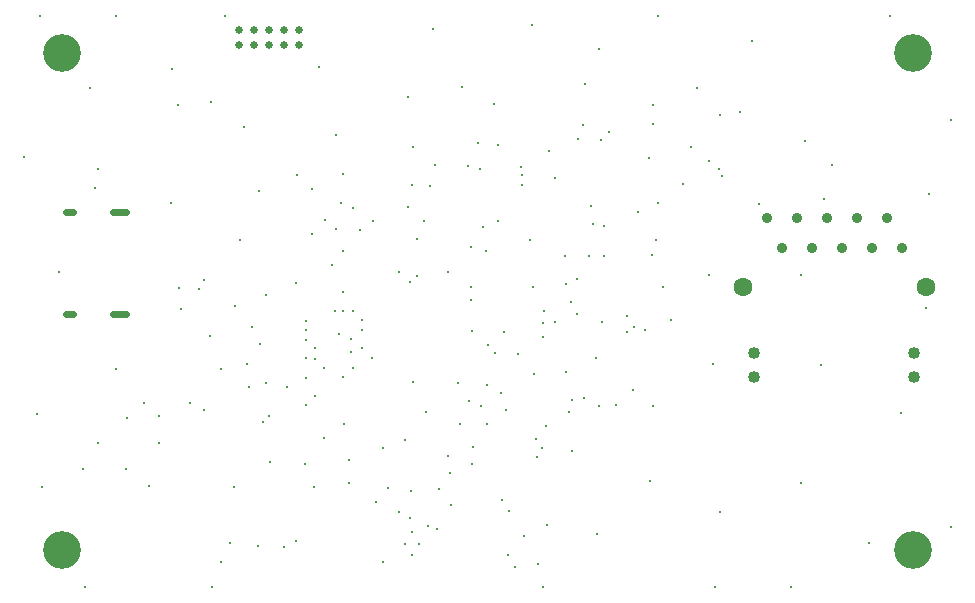
<source format=gbr>
%TF.GenerationSoftware,KiCad,Pcbnew,9.0.4*%
%TF.CreationDate,2025-11-15T14:25:17+05:30*%
%TF.ProjectId,High Speed Ethernet Interface,48696768-2053-4706-9565-642045746865,rev?*%
%TF.SameCoordinates,Original*%
%TF.FileFunction,Plated,1,6,PTH,Mixed*%
%TF.FilePolarity,Positive*%
%FSLAX46Y46*%
G04 Gerber Fmt 4.6, Leading zero omitted, Abs format (unit mm)*
G04 Created by KiCad (PCBNEW 9.0.4) date 2025-11-15 14:25:17*
%MOMM*%
%LPD*%
G01*
G04 APERTURE LIST*
%TA.AperFunction,ComponentDrill*%
%ADD10C,0.200000*%
%TD*%
%TA.AperFunction,ViaDrill*%
%ADD11C,0.203403*%
%TD*%
G04 aperture for slot hole*
%TA.AperFunction,ComponentDrill*%
%ADD12C,0.600000*%
%TD*%
%TA.AperFunction,ComponentDrill*%
%ADD13C,0.650000*%
%TD*%
%TA.AperFunction,ComponentDrill*%
%ADD14C,0.900000*%
%TD*%
%TA.AperFunction,ComponentDrill*%
%ADD15C,1.020000*%
%TD*%
%TA.AperFunction,ComponentDrill*%
%ADD16C,1.600000*%
%TD*%
%TA.AperFunction,ComponentDrill*%
%ADD17C,3.200000*%
%TD*%
G04 APERTURE END LIST*
D10*
%TO.C,U3*%
X133025000Y-95000000D03*
X133600000Y-94050000D03*
X133600000Y-95950000D03*
X134175000Y-95000000D03*
%TD*%
D11*
X100792128Y-62240403D03*
X101846446Y-84049352D03*
X102082032Y-50292128D03*
X102252973Y-90245031D03*
X103690997Y-72034158D03*
X105755397Y-88664003D03*
X105917968Y-98707872D03*
X106336808Y-56437335D03*
X106733791Y-64912059D03*
X107034245Y-86437190D03*
X107041737Y-63296068D03*
X108516673Y-80172183D03*
X108520215Y-50292128D03*
X109372330Y-88671155D03*
X109461719Y-84355517D03*
X110895634Y-83091777D03*
X111379379Y-90086603D03*
X112165066Y-86516551D03*
X112169782Y-84180728D03*
X113227777Y-66185699D03*
X113277051Y-54808986D03*
X113763301Y-57850899D03*
X113868115Y-73391726D03*
X114040969Y-75153147D03*
X114800165Y-83124254D03*
X115594165Y-73416009D03*
X115965029Y-72678138D03*
X115987599Y-83705936D03*
X116470451Y-77450427D03*
X116557456Y-57614001D03*
X116640556Y-98707872D03*
X117406237Y-96554208D03*
X117453885Y-80236603D03*
X117793909Y-50292128D03*
X118234371Y-94950001D03*
X118574103Y-90186546D03*
X118588850Y-74842581D03*
X119005415Y-69267496D03*
X119359123Y-59758342D03*
X119658098Y-79780840D03*
X119767588Y-81750447D03*
X120034722Y-76641971D03*
X120602276Y-95183190D03*
X120620168Y-65148932D03*
X120719542Y-78127259D03*
X120981685Y-84706087D03*
X121248534Y-73935618D03*
X121261322Y-81356735D03*
X121488743Y-84166618D03*
X121604125Y-88109193D03*
X122744329Y-95322605D03*
X122996872Y-81697426D03*
X123800803Y-94748104D03*
X123803496Y-72935140D03*
X123853889Y-63770339D03*
X124564064Y-88280288D03*
X124597884Y-76127533D03*
X124598568Y-76942896D03*
X124598568Y-80942896D03*
X124601317Y-77736691D03*
X124619257Y-83274356D03*
X124629247Y-79313922D03*
X125118498Y-68753703D03*
X125162531Y-64961862D03*
X125345294Y-90168346D03*
X125373391Y-78468623D03*
X125392197Y-79336315D03*
X125392197Y-82536315D03*
X125752780Y-54669560D03*
X126186632Y-86094206D03*
X126196652Y-80123517D03*
X126202335Y-67627543D03*
X126827343Y-71426100D03*
X127057203Y-75289935D03*
X127138877Y-60391784D03*
X127177177Y-68364733D03*
X127460080Y-77219400D03*
X127561793Y-66170413D03*
X127748639Y-80901401D03*
X127769074Y-63666245D03*
X127792197Y-73736315D03*
X127797207Y-70236265D03*
X127804699Y-75327557D03*
X127888166Y-84857439D03*
X128243497Y-87944302D03*
X128270026Y-89861300D03*
X128424326Y-78806973D03*
X128440975Y-77699939D03*
X128580625Y-66541277D03*
X128596652Y-80123517D03*
X128630376Y-75325768D03*
X129192713Y-68481295D03*
X129388497Y-78477651D03*
X129397572Y-76907885D03*
X129403002Y-76049496D03*
X130209877Y-79285478D03*
X130303506Y-67689373D03*
X130571847Y-91477421D03*
X131125726Y-96560185D03*
X131129050Y-86890392D03*
X131587006Y-90248031D03*
X132495461Y-72035874D03*
X132510420Y-92351117D03*
X132973920Y-86236774D03*
X133263315Y-66497811D03*
X133278135Y-57187707D03*
X133443068Y-72847177D03*
X133455884Y-92861680D03*
X133546389Y-90521380D03*
X133619062Y-64638696D03*
X133665537Y-61433313D03*
X133729421Y-81319094D03*
X133998133Y-72308627D03*
X134062445Y-69165591D03*
X134644332Y-67690162D03*
X134832932Y-83817242D03*
X134993542Y-93510367D03*
X135164800Y-64761139D03*
X135344977Y-51399514D03*
X135517690Y-62983710D03*
X135751163Y-93727195D03*
X135882097Y-90405406D03*
X136621088Y-72042154D03*
X136695872Y-87537433D03*
X136817410Y-89041031D03*
X136868562Y-91740512D03*
X137460158Y-81399559D03*
X137678696Y-84855620D03*
X137828187Y-56319180D03*
X138308091Y-63001547D03*
X138407322Y-82913572D03*
X138577280Y-73279518D03*
X138603993Y-69846535D03*
X138617934Y-74400947D03*
X138664033Y-88215907D03*
X138710746Y-77015802D03*
X138771998Y-86795281D03*
X139203648Y-61095878D03*
X139396817Y-63297884D03*
X139456913Y-83336637D03*
X139637930Y-68196101D03*
X139841821Y-70253425D03*
X139970217Y-84851974D03*
X139990881Y-81535158D03*
X140070152Y-78204485D03*
X140512102Y-57751303D03*
X140660746Y-78865346D03*
X140866631Y-61267344D03*
X140876209Y-67649077D03*
X141133348Y-82255278D03*
X141239836Y-91328388D03*
X141426781Y-77047400D03*
X141578843Y-83669736D03*
X141761447Y-95970411D03*
X141845239Y-92208611D03*
X142321104Y-97006781D03*
X142579296Y-78971224D03*
X142847686Y-63088459D03*
X142936631Y-64652335D03*
X142944900Y-63782710D03*
X143086377Y-94352795D03*
X143570858Y-69276881D03*
X143762249Y-51081181D03*
X143826753Y-73261351D03*
X143966595Y-80617174D03*
X144147618Y-86120584D03*
X144225200Y-87688791D03*
X144237855Y-96737038D03*
X144644416Y-86931546D03*
X144674682Y-77463904D03*
X144706753Y-76321205D03*
X144731460Y-98707872D03*
X144814721Y-75319081D03*
X144966960Y-85067103D03*
X145009848Y-93445531D03*
X145244682Y-61762000D03*
X145701113Y-76261116D03*
X145727757Y-64026722D03*
X146550863Y-70668761D03*
X146676362Y-73011642D03*
X146687870Y-80430917D03*
X146899904Y-83822318D03*
X147028141Y-74516726D03*
X147144884Y-82850915D03*
X147169898Y-87155433D03*
X147589937Y-72619310D03*
X147609575Y-75586944D03*
X147689791Y-60708125D03*
X148076819Y-59550050D03*
X148142986Y-82641944D03*
X148233889Y-56097260D03*
X148556231Y-70615308D03*
X148722996Y-66436930D03*
X148957120Y-67940805D03*
X149193784Y-79316790D03*
X149276623Y-94225526D03*
X149415817Y-83350554D03*
X149481021Y-53099723D03*
X149586884Y-60838431D03*
X149651636Y-76270544D03*
X149872473Y-68121398D03*
X149873394Y-70606207D03*
X150283162Y-60171055D03*
X150903983Y-83255855D03*
X151794833Y-77045276D03*
X151820320Y-75753653D03*
X152290294Y-82025497D03*
X152391884Y-76664368D03*
X152766200Y-66899155D03*
X153316023Y-76935863D03*
X153650668Y-62378628D03*
X153792025Y-89707284D03*
X153911581Y-70544823D03*
X154001791Y-57851196D03*
X154017421Y-59486267D03*
X154053385Y-83384974D03*
X154303806Y-69266065D03*
X154404214Y-66196936D03*
X154469164Y-50292128D03*
X154817487Y-73264017D03*
X155565611Y-76072905D03*
X156569863Y-64531310D03*
X157198059Y-61433110D03*
X157710564Y-56383457D03*
X158744331Y-72290231D03*
X158756099Y-62631886D03*
X159090362Y-79771277D03*
X159302186Y-98707872D03*
X159601807Y-63317918D03*
X159666282Y-92313783D03*
X159687791Y-58683927D03*
X159860136Y-63844609D03*
X161379927Y-58487197D03*
X162430033Y-52443526D03*
X162966771Y-66213582D03*
X165689987Y-98707872D03*
X166524165Y-89845712D03*
X166553568Y-72242206D03*
X166848701Y-60919254D03*
X168215411Y-79876157D03*
X168530771Y-65779082D03*
X169192803Y-62941743D03*
X172297474Y-94987710D03*
X174082032Y-50292128D03*
X175024914Y-83897620D03*
X177136274Y-75040822D03*
X177374086Y-65431456D03*
X179207872Y-59091782D03*
X179207872Y-93582032D03*
D12*
%TO.C,J1*%
X104330000Y-66955000D02*
X104930000Y-66955000D01*
X104330000Y-75595000D02*
X104930000Y-75595000D01*
X108260000Y-66955000D02*
X109360000Y-66955000D01*
X108260000Y-75595000D02*
X109360000Y-75595000D01*
D13*
%TO.C,J2*%
X119000000Y-51500000D03*
X119000000Y-52770000D03*
X120270000Y-51500000D03*
X120270000Y-52770000D03*
X121540000Y-51500000D03*
X121540000Y-52770000D03*
X122810000Y-51500000D03*
X122810000Y-52770000D03*
X124080000Y-51500000D03*
X124080000Y-52770000D03*
D14*
%TO.C,J3*%
X163650000Y-67460000D03*
X164920000Y-70000000D03*
X166190000Y-67460000D03*
X167460000Y-70000000D03*
X168730000Y-67460000D03*
X170000000Y-70000000D03*
X171270000Y-67460000D03*
X172540000Y-70000000D03*
X173810000Y-67460000D03*
X175080000Y-70000000D03*
D15*
X162580000Y-78890000D03*
X162580000Y-80920000D03*
X176150000Y-78890000D03*
X176150000Y-80920000D03*
D16*
X161615000Y-73300000D03*
X177115000Y-73300000D03*
D17*
%TO.C,H1*%
X104000000Y-53500000D03*
%TO.C,H3*%
X104000000Y-95500000D03*
%TO.C,H2*%
X176000000Y-53500000D03*
%TO.C,H4*%
X176000000Y-95500000D03*
M02*

</source>
